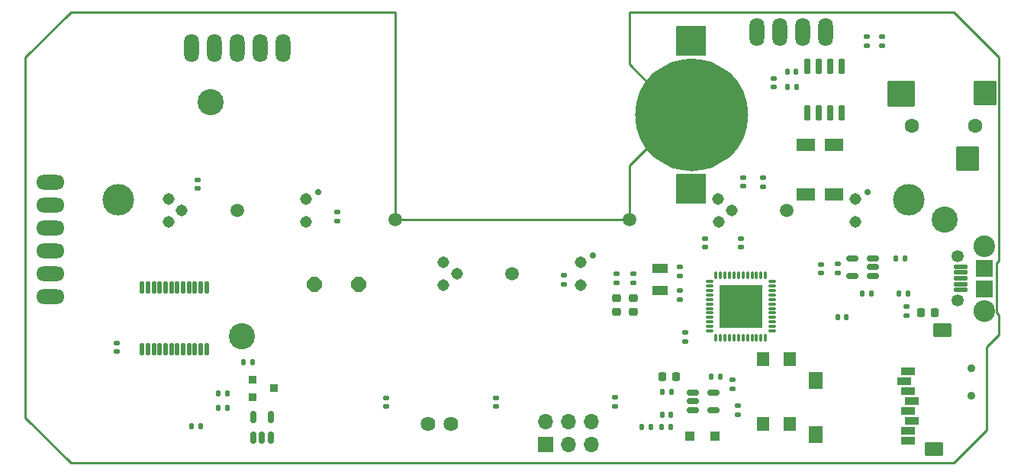
<source format=gbr>
%TF.GenerationSoftware,KiCad,Pcbnew,9.0.0*%
%TF.CreationDate,2025-04-22T12:37:31+01:00*%
%TF.ProjectId,FED3_v7.3,46454433-5f76-4372-9e33-2e6b69636164,rev?*%
%TF.SameCoordinates,Original*%
%TF.FileFunction,Soldermask,Top*%
%TF.FilePolarity,Negative*%
%FSLAX46Y46*%
G04 Gerber Fmt 4.6, Leading zero omitted, Abs format (unit mm)*
G04 Created by KiCad (PCBNEW 9.0.0) date 2025-04-22 12:37:31*
%MOMM*%
%LPD*%
G01*
G04 APERTURE LIST*
G04 Aperture macros list*
%AMRoundRect*
0 Rectangle with rounded corners*
0 $1 Rounding radius*
0 $2 $3 $4 $5 $6 $7 $8 $9 X,Y pos of 4 corners*
0 Add a 4 corners polygon primitive as box body*
4,1,4,$2,$3,$4,$5,$6,$7,$8,$9,$2,$3,0*
0 Add four circle primitives for the rounded corners*
1,1,$1+$1,$2,$3*
1,1,$1+$1,$4,$5*
1,1,$1+$1,$6,$7*
1,1,$1+$1,$8,$9*
0 Add four rect primitives between the rounded corners*
20,1,$1+$1,$2,$3,$4,$5,0*
20,1,$1+$1,$4,$5,$6,$7,0*
20,1,$1+$1,$6,$7,$8,$9,0*
20,1,$1+$1,$8,$9,$2,$3,0*%
%AMFreePoly0*
4,1,17,0.351552,0.797921,0.797921,0.351552,0.812800,0.315631,0.812800,-0.315631,0.797921,-0.351552,0.351552,-0.797921,0.315631,-0.812800,-0.315631,-0.812800,-0.351552,-0.797921,-0.797921,-0.351552,-0.812800,-0.315631,-0.812800,0.315631,-0.797921,0.351552,-0.351552,0.797921,-0.315631,0.812800,0.315631,0.812800,0.351552,0.797921,0.351552,0.797921,$1*%
G04 Aperture macros list end*
%ADD10C,6.282114*%
%ADD11R,1.400000X1.600000*%
%ADD12RoundRect,0.135000X-0.135000X-0.185000X0.135000X-0.185000X0.135000X0.185000X-0.135000X0.185000X0*%
%ADD13O,3.149600X1.625600*%
%ADD14RoundRect,0.140000X-0.170000X0.140000X-0.170000X-0.140000X0.170000X-0.140000X0.170000X0.140000X0*%
%ADD15RoundRect,0.140000X0.170000X-0.140000X0.170000X0.140000X-0.170000X0.140000X-0.170000X-0.140000X0*%
%ADD16R,1.800000X1.000000*%
%ADD17RoundRect,0.135000X0.135000X0.185000X-0.135000X0.185000X-0.135000X-0.185000X0.135000X-0.185000X0*%
%ADD18RoundRect,0.140000X0.140000X0.170000X-0.140000X0.170000X-0.140000X-0.170000X0.140000X-0.170000X0*%
%ADD19RoundRect,0.050800X1.600000X-1.600000X1.600000X1.600000X-1.600000X1.600000X-1.600000X-1.600000X0*%
%ADD20RoundRect,3.225800X0.000010X-0.000010X0.000010X0.000010X-0.000010X0.000010X-0.000010X-0.000010X0*%
%ADD21RoundRect,0.218750X0.218750X0.256250X-0.218750X0.256250X-0.218750X-0.256250X0.218750X-0.256250X0*%
%ADD22RoundRect,0.218750X-0.256250X0.218750X-0.256250X-0.218750X0.256250X-0.218750X0.256250X0.218750X0*%
%ADD23RoundRect,0.135000X0.185000X-0.135000X0.185000X0.135000X-0.185000X0.135000X-0.185000X-0.135000X0*%
%ADD24RoundRect,0.050800X-0.400000X0.350000X-0.400000X-0.350000X0.400000X-0.350000X0.400000X0.350000X0*%
%ADD25R,1.700000X1.700000*%
%ADD26O,1.700000X1.700000*%
%ADD27RoundRect,0.050800X0.200000X0.600000X-0.200000X0.600000X-0.200000X-0.600000X0.200000X-0.600000X0*%
%ADD28RoundRect,0.150000X-0.512500X-0.150000X0.512500X-0.150000X0.512500X0.150000X-0.512500X0.150000X0*%
%ADD29RoundRect,0.050800X-0.950000X0.650000X-0.950000X-0.650000X0.950000X-0.650000X0.950000X0.650000X0*%
%ADD30RoundRect,0.150000X0.150000X-0.512500X0.150000X0.512500X-0.150000X0.512500X-0.150000X-0.512500X0*%
%ADD31RoundRect,0.050800X0.750000X-0.350000X0.750000X0.350000X-0.750000X0.350000X-0.750000X-0.350000X0*%
%ADD32RoundRect,0.050800X0.700000X0.900000X-0.700000X0.900000X-0.700000X-0.900000X0.700000X-0.900000X0*%
%ADD33RoundRect,0.050800X0.950000X-0.700000X0.950000X0.700000X-0.950000X0.700000X-0.950000X-0.700000X0*%
%ADD34C,2.900000*%
%ADD35RoundRect,0.150000X0.150000X-0.725000X0.150000X0.725000X-0.150000X0.725000X-0.150000X-0.725000X0*%
%ADD36C,1.500000*%
%ADD37O,1.625600X3.149600*%
%ADD38C,3.500000*%
%ADD39RoundRect,0.050800X-0.375000X-0.125000X0.375000X-0.125000X0.375000X0.125000X-0.375000X0.125000X0*%
%ADD40RoundRect,0.050800X0.125000X-0.375000X0.125000X0.375000X-0.125000X0.375000X-0.125000X-0.375000X0*%
%ADD41RoundRect,0.050800X0.375000X0.125000X-0.375000X0.125000X-0.375000X-0.125000X0.375000X-0.125000X0*%
%ADD42RoundRect,0.050800X-0.125000X0.375000X-0.125000X-0.375000X0.125000X-0.375000X0.125000X0.375000X0*%
%ADD43RoundRect,0.050800X-2.350000X2.350000X-2.350000X-2.350000X2.350000X-2.350000X2.350000X2.350000X0*%
%ADD44RoundRect,0.135000X-0.185000X0.135000X-0.185000X-0.135000X0.185000X-0.135000X0.185000X0.135000X0*%
%ADD45RoundRect,0.140000X-0.140000X-0.170000X0.140000X-0.170000X0.140000X0.170000X-0.140000X0.170000X0*%
%ADD46C,1.625600*%
%ADD47RoundRect,0.050800X0.675000X0.200000X-0.675000X0.200000X-0.675000X-0.200000X0.675000X-0.200000X0*%
%ADD48RoundRect,0.050800X0.900000X0.900000X-0.900000X0.900000X-0.900000X-0.900000X0.900000X-0.900000X0*%
%ADD49C,2.401600*%
%ADD50C,1.351600*%
%ADD51RoundRect,0.250000X0.300000X0.300000X-0.300000X0.300000X-0.300000X-0.300000X0.300000X-0.300000X0*%
%ADD52FreePoly0,180.000000*%
%ADD53C,1.600000*%
%ADD54RoundRect,0.050800X-1.200000X1.275000X-1.200000X-1.275000X1.200000X-1.275000X1.200000X1.275000X0*%
%ADD55RoundRect,0.050800X-1.450000X1.375000X-1.450000X-1.375000X1.450000X-1.375000X1.450000X1.375000X0*%
%ADD56RoundRect,0.150000X0.512500X0.150000X-0.512500X0.150000X-0.512500X-0.150000X0.512500X-0.150000X0*%
%ADD57RoundRect,0.218750X-0.218750X-0.256250X0.218750X-0.256250X0.218750X0.256250X-0.218750X0.256250X0*%
%ADD58C,0.900000*%
%ADD59C,0.700000*%
%ADD60C,1.309600*%
%TA.AperFunction,Profile*%
%ADD61C,0.250000*%
%TD*%
G04 APERTURE END LIST*
%TO.C,B1*%
D10*
X171556157Y-91395600D02*
G75*
G02*
X165274043Y-91395600I-3141057J0D01*
G01*
X165274043Y-91395600D02*
G75*
G02*
X171556157Y-91395600I3141057J0D01*
G01*
%TD*%
D11*
%TO.C,SW2*%
X179300000Y-118525000D03*
X179300000Y-125725000D03*
X176300000Y-118525000D03*
X176300000Y-125725000D03*
%TD*%
D12*
%TO.C,R16*%
X165065168Y-126050000D03*
X166085168Y-126050000D03*
%TD*%
D13*
%TO.C,SCREEN0*%
X97251100Y-98903600D03*
X97251100Y-101443600D03*
X97251100Y-103983600D03*
X97251100Y-106523600D03*
X97251100Y-109063600D03*
X97251100Y-111603600D03*
%TD*%
D14*
%TO.C,C18*%
X167125000Y-110910000D03*
X167125000Y-111870000D03*
%TD*%
D15*
%TO.C,C17*%
X167115000Y-109255000D03*
X167115000Y-108295000D03*
%TD*%
D12*
%TO.C,R10*%
X165140000Y-122150000D03*
X166160000Y-122150000D03*
%TD*%
D16*
%TO.C,X2*%
X164885000Y-108435000D03*
X164885000Y-110935000D03*
%TD*%
D12*
%TO.C,R6*%
X179010000Y-88300000D03*
X180030000Y-88300000D03*
%TD*%
D17*
%TO.C,R14*%
X171610000Y-120450000D03*
X170590000Y-120450000D03*
%TD*%
D15*
%TO.C,C10*%
X174155500Y-99292400D03*
X174155500Y-98332400D03*
%TD*%
D17*
%TO.C,R17*%
X163887668Y-126050000D03*
X162867668Y-126050000D03*
%TD*%
D18*
%TO.C,C1*%
X179980000Y-86600000D03*
X179020000Y-86600000D03*
%TD*%
D19*
%TO.C,B1*%
X168415100Y-83170200D03*
X168415100Y-99621000D03*
D20*
X168415100Y-91395600D03*
%TD*%
D21*
%TO.C,L2*%
X195422500Y-113360000D03*
X193847500Y-113360000D03*
%TD*%
D17*
%TO.C,R18*%
X192385000Y-111200000D03*
X191365000Y-111200000D03*
%TD*%
D22*
%TO.C,L1*%
X161940000Y-111732500D03*
X161940000Y-113307500D03*
%TD*%
D23*
%TO.C,R5*%
X189530000Y-83760000D03*
X189530000Y-82740000D03*
%TD*%
D15*
%TO.C,C8*%
X134500000Y-123780000D03*
X134500000Y-122820000D03*
%TD*%
D24*
%TO.C,Q2*%
X119700000Y-120812500D03*
X119700000Y-122712500D03*
X122100000Y-121762500D03*
%TD*%
D25*
%TO.C,J1*%
X152175000Y-128015000D03*
D26*
X152175000Y-125475000D03*
X154715000Y-128015000D03*
X154715000Y-125475000D03*
X157255000Y-128015000D03*
X157255000Y-125475000D03*
%TD*%
D15*
%TO.C,C6*%
X159950000Y-123730000D03*
X159950000Y-122770000D03*
%TD*%
D14*
%TO.C,C3*%
X104600000Y-116720000D03*
X104600000Y-117680000D03*
%TD*%
D23*
%TO.C,R12*%
X167670000Y-116535000D03*
X167670000Y-115515000D03*
%TD*%
D27*
%TO.C,IC2*%
X114586100Y-110581600D03*
X113936100Y-110581600D03*
X113286100Y-110581600D03*
X112636100Y-110581600D03*
X111986100Y-110581600D03*
X111336100Y-110581600D03*
X110686100Y-110581600D03*
X110036100Y-110581600D03*
X109386100Y-110581600D03*
X108736100Y-110581600D03*
X108086100Y-110581600D03*
X107436100Y-110581600D03*
X107436100Y-117421600D03*
X108086100Y-117421600D03*
X108736100Y-117421600D03*
X109386100Y-117421600D03*
X110036100Y-117421600D03*
X110686100Y-117421600D03*
X111336100Y-117421600D03*
X111986100Y-117421600D03*
X112636100Y-117421600D03*
X113286100Y-117421600D03*
X113936100Y-117421600D03*
X114586100Y-117421600D03*
%TD*%
D28*
%TO.C,U3*%
X168525168Y-122257836D03*
X168525168Y-123207836D03*
X168525168Y-124157836D03*
X170800168Y-124157836D03*
X170800168Y-122257836D03*
%TD*%
D29*
%TO.C,X1*%
X181039100Y-94741600D03*
X181039100Y-100241600D03*
X184239100Y-100241600D03*
X184239100Y-94741600D03*
%TD*%
D12*
%TO.C,R8*%
X115890000Y-122300000D03*
X116910000Y-122300000D03*
%TD*%
D30*
%TO.C,IC1*%
X119800000Y-127237500D03*
X120750000Y-127237500D03*
X121700000Y-127237500D03*
X121700000Y-124962500D03*
X119800000Y-124962500D03*
%TD*%
D15*
%TO.C,C19*%
X173895000Y-106070000D03*
X173895000Y-105110000D03*
%TD*%
D31*
%TO.C,X4*%
X192410000Y-119900000D03*
X192010000Y-121000000D03*
X192410000Y-122100000D03*
X192810000Y-123200000D03*
X192410000Y-124300000D03*
X192810000Y-125400000D03*
X192410000Y-126500000D03*
X192410000Y-127600000D03*
D32*
X182210000Y-126900000D03*
X182210000Y-120900000D03*
D33*
X195310000Y-128500000D03*
X196210000Y-115300000D03*
%TD*%
D34*
%TO.C,@HOLE1*%
X196501100Y-103003600D03*
%TD*%
D23*
%TO.C,R15*%
X160080000Y-110030000D03*
X160080000Y-109010000D03*
%TD*%
D17*
%TO.C,R11*%
X192110000Y-107350000D03*
X191090000Y-107350000D03*
%TD*%
D22*
%TO.C,L0*%
X160050000Y-111732500D03*
X160050000Y-113307500D03*
%TD*%
D35*
%TO.C,IC4*%
X181242100Y-91176600D03*
X182512100Y-91176600D03*
X183782100Y-91176600D03*
X185052100Y-91176600D03*
X185052100Y-86026600D03*
X183782100Y-86026600D03*
X182512100Y-86026600D03*
X181242100Y-86026600D03*
%TD*%
D15*
%TO.C,C15*%
X184600000Y-108930000D03*
X184600000Y-107970000D03*
%TD*%
%TO.C,C7*%
X146700000Y-123780000D03*
X146700000Y-122820000D03*
%TD*%
D36*
%TO.C,@HOLE2*%
X161501100Y-103003600D03*
%TD*%
D37*
%TO.C,AUX_I2C0*%
X175691100Y-82225600D03*
X178231100Y-82225600D03*
X180771100Y-82225600D03*
X183311100Y-82225600D03*
%TD*%
D18*
%TO.C,C4*%
X113905000Y-125950000D03*
X112945000Y-125950000D03*
%TD*%
D15*
%TO.C,C12*%
X169895000Y-106070000D03*
X169895000Y-105110000D03*
%TD*%
D23*
%TO.C,R13*%
X161940000Y-110030000D03*
X161940000Y-109010000D03*
%TD*%
D38*
%TO.C,@HOLE4*%
X192545100Y-100793600D03*
%TD*%
D39*
%TO.C,U1*%
X170390000Y-109890000D03*
X170390000Y-110390000D03*
X170390000Y-110890000D03*
X170390000Y-111390000D03*
X170390000Y-111890000D03*
X170390000Y-112390000D03*
X170390000Y-112890000D03*
X170390000Y-113390000D03*
X170390000Y-113890000D03*
X170390000Y-114390000D03*
X170390000Y-114890000D03*
X170390000Y-115390000D03*
D40*
X171115000Y-116115000D03*
X171615000Y-116115000D03*
X172115000Y-116115000D03*
X172615000Y-116115000D03*
X173115000Y-116115000D03*
X173615000Y-116115000D03*
X174115000Y-116115000D03*
X174615000Y-116115000D03*
X175115000Y-116115000D03*
X175615000Y-116115000D03*
X176115000Y-116115000D03*
X176615000Y-116115000D03*
D41*
X177340000Y-115390000D03*
X177340000Y-114890000D03*
X177340000Y-114390000D03*
X177340000Y-113890000D03*
X177340000Y-113390000D03*
X177340000Y-112890000D03*
X177340000Y-112390000D03*
X177340000Y-111890000D03*
X177340000Y-111390000D03*
X177340000Y-110890000D03*
X177340000Y-110390000D03*
X177340000Y-109890000D03*
D42*
X176615000Y-109165000D03*
X176115000Y-109165000D03*
X175615000Y-109165000D03*
X175115000Y-109165000D03*
X174615000Y-109165000D03*
X174115000Y-109165000D03*
X173615000Y-109165000D03*
X173115000Y-109165000D03*
X172615000Y-109165000D03*
X172115000Y-109165000D03*
X171615000Y-109165000D03*
X171115000Y-109165000D03*
D43*
X173865000Y-112640000D03*
%TD*%
D36*
%TO.C,@HOLE2*%
X135501100Y-103003600D03*
%TD*%
D15*
%TO.C,C2*%
X177500000Y-88280000D03*
X177500000Y-87320000D03*
%TD*%
D44*
%TO.C,R19*%
X192230000Y-112680000D03*
X192230000Y-113700000D03*
%TD*%
D45*
%TO.C,C14*%
X184620000Y-113850000D03*
X185580000Y-113850000D03*
%TD*%
D46*
%TO.C,X5*%
X141694300Y-125736400D03*
X139154300Y-125736400D03*
%TD*%
D15*
%TO.C,C13*%
X182800000Y-108980000D03*
X182800000Y-108020000D03*
%TD*%
D44*
%TO.C,R4*%
X187810000Y-82740000D03*
X187810000Y-83760000D03*
%TD*%
D47*
%TO.C,USB0*%
X198225000Y-110850000D03*
X198225000Y-110200000D03*
X198225000Y-109550000D03*
X198225000Y-108900000D03*
X198225000Y-108250000D03*
D48*
X200900000Y-110700000D03*
X200900000Y-108400000D03*
D49*
X200900000Y-113150000D03*
X200900000Y-105950000D03*
D50*
X197900000Y-107125000D03*
X197900000Y-111975000D03*
%TD*%
D12*
%TO.C,R9*%
X118680000Y-118870000D03*
X119700000Y-118870000D03*
%TD*%
D34*
%TO.C,@HOLE6*%
X118501100Y-116003600D03*
%TD*%
D51*
%TO.C,D2*%
X170988968Y-127107836D03*
X168188968Y-127107836D03*
%TD*%
D23*
%TO.C,R1*%
X129100000Y-103210000D03*
X129100000Y-102190000D03*
%TD*%
%TO.C,R3*%
X176309100Y-99353600D03*
X176309100Y-98333600D03*
%TD*%
D18*
%TO.C,C11*%
X188330000Y-111200000D03*
X187370000Y-111200000D03*
%TD*%
D38*
%TO.C,@HOLE5*%
X104788100Y-100793600D03*
%TD*%
D52*
%TO.C,BZ1*%
X131459200Y-110180000D03*
X126510000Y-110180000D03*
%TD*%
D23*
%TO.C,R20*%
X172950000Y-121810000D03*
X172950000Y-120790000D03*
%TD*%
D37*
%TO.C,MOTOR0*%
X112921100Y-84003600D03*
X115461100Y-84003600D03*
X118001100Y-84003600D03*
X120541100Y-84003600D03*
X123081100Y-84003600D03*
%TD*%
D18*
%TO.C,C16*%
X166095168Y-124700000D03*
X165135168Y-124700000D03*
%TD*%
D14*
%TO.C,C5*%
X173500000Y-123720000D03*
X173500000Y-124680000D03*
%TD*%
D23*
%TO.C,R2*%
X154200000Y-110210000D03*
X154200000Y-109190000D03*
%TD*%
D14*
%TO.C,C9*%
X113600000Y-98620000D03*
X113600000Y-99580000D03*
%TD*%
D17*
%TO.C,R7*%
X116910000Y-123900000D03*
X115890000Y-123900000D03*
%TD*%
D53*
%TO.C,EXT0*%
X199844300Y-92614800D03*
X192844300Y-92614800D03*
D54*
X199044300Y-96289800D03*
D55*
X191644300Y-89039800D03*
D54*
X200944300Y-88939800D03*
%TD*%
D56*
%TO.C,U2*%
X188537500Y-109250000D03*
X188537500Y-108300000D03*
X188537500Y-107350000D03*
X186262500Y-107350000D03*
X186262500Y-109250000D03*
%TD*%
D34*
%TO.C,@HOLE0*%
X115001100Y-90003600D03*
%TD*%
D57*
%TO.C,CHG0*%
X165137500Y-120475000D03*
X166712500Y-120475000D03*
%TD*%
D58*
%TO.C,SW1*%
X199450000Y-119550000D03*
X199450000Y-122550000D03*
%TD*%
D59*
%TO.C,PI3*%
X126951100Y-100003600D03*
D36*
X118001100Y-102003600D03*
D60*
X125601100Y-100763600D03*
X125621100Y-103273600D03*
X110401100Y-103303600D03*
X111851100Y-102003600D03*
X110381100Y-100733600D03*
%TD*%
D59*
%TO.C,PI1*%
X187951100Y-100003600D03*
D36*
X179001100Y-102003600D03*
D60*
X186601100Y-100763600D03*
X186621100Y-103273600D03*
X171401100Y-103303600D03*
X172851100Y-102003600D03*
X171381100Y-100733600D03*
%TD*%
D59*
%TO.C,PI2*%
X157451100Y-107003600D03*
D36*
X148501100Y-109003600D03*
D60*
X156101100Y-107763600D03*
X156121100Y-110273600D03*
X140901100Y-110303600D03*
X142351100Y-109003600D03*
X140881100Y-107733600D03*
%TD*%
D61*
X201101100Y-126403600D02*
X201101100Y-117203600D01*
X161501100Y-103003600D02*
X135501100Y-103003600D01*
X161501100Y-80003600D02*
X161501100Y-85751600D01*
X161501100Y-85751600D02*
X164097100Y-88347600D01*
X99501100Y-80003600D02*
X94501100Y-85003600D01*
X202221100Y-107883600D02*
X202501100Y-107603600D01*
X202501100Y-85003600D02*
X197501100Y-80003600D01*
X202221100Y-113323600D02*
X202221100Y-107883600D01*
X202501100Y-107603600D02*
X202501100Y-85003600D01*
X161501100Y-96983600D02*
X161501100Y-103003600D01*
X202501100Y-113603600D02*
X202221100Y-113323600D01*
X135501100Y-103003600D02*
X135501100Y-80003600D01*
X94501100Y-125003600D02*
X99501100Y-130003600D01*
X164097100Y-88347600D02*
X164097100Y-94443600D01*
X197501100Y-130003600D02*
X201101100Y-126403600D01*
X197501100Y-80003600D02*
X161501100Y-80003600D01*
X202501100Y-115803600D02*
X202501100Y-113603600D01*
X94501100Y-85003600D02*
X94501100Y-125003600D01*
X99501100Y-130003600D02*
X197501100Y-130003600D01*
X164097100Y-94443600D02*
X161501100Y-96983600D01*
X201101100Y-117203600D02*
X202501100Y-115803600D01*
X135501100Y-80003600D02*
X99501100Y-80003600D01*
M02*

</source>
